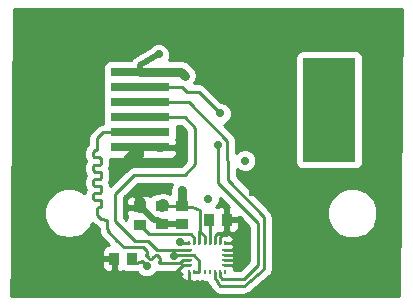
<source format=gtl>
G04 #@! TF.FileFunction,Copper,L1,Top,Signal*
%FSLAX46Y46*%
G04 Gerber Fmt 4.6, Leading zero omitted, Abs format (unit mm)*
G04 Created by KiCad (PCBNEW 4.0.6-e0-6349~53~ubuntu16.04.1) date Sat Jul 29 16:27:28 2017*
%MOMM*%
%LPD*%
G01*
G04 APERTURE LIST*
%ADD10C,0.150000*%
%ADD11R,5.000000X0.760000*%
%ADD12R,4.500000X8.800000*%
%ADD13C,0.600000*%
%ADD14R,0.250000X0.350000*%
%ADD15R,0.350000X0.250000*%
%ADD16R,0.899160X1.000760*%
%ADD17R,0.900000X1.000000*%
%ADD18R,1.000760X0.899160*%
%ADD19R,1.000000X0.900000*%
%ADD20C,0.700000*%
%ADD21C,0.700000*%
%ADD22C,0.500000*%
%ADD23C,0.250000*%
%ADD24C,1.000000*%
%ADD25C,0.800000*%
%ADD26C,0.254000*%
G04 APERTURE END LIST*
D10*
D11*
X146000000Y-99325000D03*
X146000000Y-101865000D03*
X146000000Y-104405000D03*
X146000000Y-103135000D03*
X146000000Y-105675000D03*
X146000000Y-100595000D03*
D12*
X162050000Y-102500000D03*
D13*
X165600000Y-107500000D03*
X165600000Y-106500000D03*
X165600000Y-105500000D03*
X165600000Y-104500000D03*
X155500000Y-108500000D03*
X156500000Y-108500000D03*
X155500000Y-109500000D03*
X156500000Y-109500000D03*
X142600000Y-114500000D03*
X142600000Y-115500000D03*
X142600000Y-113400000D03*
D14*
X153205000Y-113775000D03*
X150195000Y-113750000D03*
X153205000Y-116225000D03*
X150195000Y-116225000D03*
X151915000Y-116225000D03*
X152775000Y-116225000D03*
X152345000Y-116225000D03*
X152775000Y-113775000D03*
D15*
X153175000Y-115645000D03*
X153175000Y-115215000D03*
D14*
X151915000Y-113775000D03*
X152345000Y-113775000D03*
X150625000Y-113750000D03*
D15*
X150225000Y-115645000D03*
X150225000Y-114355000D03*
D14*
X151055000Y-113775000D03*
D15*
X150225000Y-114785000D03*
X150225000Y-115215000D03*
X153175000Y-114355000D03*
X153175000Y-114785000D03*
D14*
X151485000Y-113775000D03*
X151055000Y-116225000D03*
X151485000Y-116225000D03*
X150625000Y-116225000D03*
D16*
X153351840Y-111800000D03*
D17*
X151848160Y-111800000D03*
D18*
X149600000Y-112151840D03*
D19*
X149600000Y-110648160D03*
D18*
X146000000Y-110748160D03*
D19*
X146000000Y-112251840D03*
D16*
X143848160Y-115100000D03*
D17*
X145351840Y-115100000D03*
D18*
X147900000Y-112151840D03*
D19*
X147900000Y-110648160D03*
D13*
X136300000Y-94300000D03*
X137300000Y-94300000D03*
X138300000Y-94300000D03*
X139300000Y-94300000D03*
X140300000Y-94300000D03*
X136300000Y-95300000D03*
X137300000Y-95300000D03*
X138300000Y-95300000D03*
X139300000Y-95300000D03*
X136300000Y-96300000D03*
X137300000Y-96300000D03*
X138300000Y-96300000D03*
X136300000Y-97300000D03*
X137300000Y-97300000D03*
X138300000Y-97300000D03*
X136300000Y-102500000D03*
X136300000Y-101500000D03*
X136300000Y-100500000D03*
X136300000Y-99500000D03*
X136300000Y-98500000D03*
X136300000Y-103500000D03*
X136300000Y-104500000D03*
X136300000Y-105500000D03*
X136300000Y-106500000D03*
X136300000Y-107500000D03*
X136300000Y-108500000D03*
X136300000Y-109500000D03*
X136300000Y-110500000D03*
X136300000Y-111500000D03*
X136300000Y-112500000D03*
X136300000Y-113500000D03*
X136300000Y-114500000D03*
X136300000Y-115500000D03*
X137400000Y-105500000D03*
X137400000Y-106500000D03*
X137400000Y-107500000D03*
X137400000Y-108500000D03*
X137400000Y-109500000D03*
X137400000Y-110500000D03*
X137400000Y-111500000D03*
X137400000Y-112500000D03*
X137400000Y-113500000D03*
X137400000Y-114500000D03*
X137400000Y-115500000D03*
X140600000Y-106500000D03*
X139600000Y-105500000D03*
X138500000Y-113500000D03*
X138500000Y-107500000D03*
X138600000Y-105500000D03*
X140500000Y-104400000D03*
X139500000Y-107500000D03*
X140600000Y-107500000D03*
X140500000Y-105600000D03*
X139600000Y-104400000D03*
X157500000Y-112500000D03*
X158500000Y-112500000D03*
X159500000Y-112500000D03*
X160500000Y-112500000D03*
X161500000Y-112500000D03*
X157500000Y-113500000D03*
X158500000Y-113500000D03*
X159500000Y-113500000D03*
X160500000Y-113500000D03*
X161500000Y-113500000D03*
X157500000Y-114600000D03*
X158500000Y-114600000D03*
X159500000Y-114600000D03*
X160500000Y-114500000D03*
X161500000Y-114500000D03*
X157500000Y-115600000D03*
X158500000Y-115600000D03*
X159500000Y-115600000D03*
X160500000Y-115500000D03*
X161500000Y-115500000D03*
X139300000Y-102500000D03*
X138300000Y-102500000D03*
X137300000Y-102500000D03*
X139300000Y-101500000D03*
X138300000Y-101500000D03*
X137300000Y-101500000D03*
X139300000Y-100500000D03*
X138300000Y-100500000D03*
X137300000Y-100500000D03*
X139300000Y-99500000D03*
X138300000Y-99500000D03*
X137300000Y-99500000D03*
X139300000Y-98500000D03*
X138300000Y-98500000D03*
X137300000Y-98500000D03*
X139300000Y-97300000D03*
X139300000Y-96300000D03*
X140300000Y-96300000D03*
X140300000Y-97300000D03*
X140300000Y-98500000D03*
X140300000Y-99500000D03*
X140300000Y-100500000D03*
X140300000Y-101500000D03*
X140300000Y-102500000D03*
X140300000Y-95300000D03*
X143300000Y-95300000D03*
X143300000Y-97300000D03*
X143300000Y-96300000D03*
X142300000Y-96300000D03*
X142300000Y-97300000D03*
X141300000Y-97300000D03*
X141300000Y-96300000D03*
X142300000Y-95300000D03*
X141300000Y-95300000D03*
X143300000Y-94300000D03*
X142300000Y-94300000D03*
X141300000Y-94300000D03*
X137400000Y-104600000D03*
X137400000Y-103600000D03*
X138600000Y-106500000D03*
X138400000Y-103600000D03*
X139600000Y-108500000D03*
X139500000Y-106500000D03*
X138500000Y-109500000D03*
X138500000Y-108500000D03*
X140600000Y-108500000D03*
X138700000Y-104400000D03*
X139600000Y-103600000D03*
X140600000Y-113400000D03*
X139600000Y-113400000D03*
X141600000Y-113400000D03*
X141600000Y-115500000D03*
X140600000Y-115500000D03*
X139600000Y-115500000D03*
X141600000Y-114500000D03*
X140600000Y-114500000D03*
X139600000Y-114500000D03*
X138500000Y-115500000D03*
X138500000Y-114500000D03*
X138500000Y-116600000D03*
X138500000Y-117600000D03*
X139600000Y-116600000D03*
X140600000Y-116600000D03*
X141600000Y-116600000D03*
X139600000Y-117600000D03*
X140600000Y-117600000D03*
X141600000Y-117600000D03*
X146700000Y-117600000D03*
X137400000Y-117600000D03*
X137400000Y-116600000D03*
X136300000Y-117600000D03*
X136300000Y-116600000D03*
X147700000Y-116600000D03*
X147700000Y-117600000D03*
X148700000Y-117600000D03*
X161500000Y-117600000D03*
X160500000Y-117600000D03*
X159500000Y-117700000D03*
X158500000Y-117700000D03*
X157500000Y-117700000D03*
X161500000Y-116600000D03*
X160500000Y-116600000D03*
X159500000Y-116700000D03*
X158500000Y-116700000D03*
X157500000Y-116700000D03*
X162600000Y-116600000D03*
X163600000Y-116600000D03*
X164600000Y-116600000D03*
X162600000Y-117600000D03*
X163600000Y-117600000D03*
X164600000Y-117600000D03*
X164600000Y-115500000D03*
X163600000Y-115500000D03*
X162600000Y-115500000D03*
X164600000Y-114500000D03*
X163600000Y-114500000D03*
X162600000Y-114500000D03*
X164600000Y-113500000D03*
X163600000Y-113500000D03*
X162600000Y-113500000D03*
X163600000Y-108500000D03*
X164600000Y-108500000D03*
X162600000Y-109500000D03*
X161500000Y-111500000D03*
X160500000Y-111500000D03*
X159500000Y-111500000D03*
X158500000Y-111500000D03*
X157500000Y-111500000D03*
X161500000Y-110500000D03*
X160500000Y-110500000D03*
X159500000Y-110500000D03*
X158500000Y-110500000D03*
X157500000Y-110500000D03*
X161500000Y-109500000D03*
X160500000Y-109500000D03*
X159500000Y-109500000D03*
X158500000Y-109500000D03*
X157500000Y-109500000D03*
X162600000Y-108600000D03*
X161500000Y-108500000D03*
X160500000Y-108500000D03*
X159500000Y-108500000D03*
X158500000Y-108500000D03*
X157500000Y-108500000D03*
X165600000Y-108600000D03*
X167600000Y-111500000D03*
X166600000Y-111500000D03*
X167600000Y-110500000D03*
X166600000Y-110500000D03*
X167600000Y-109500000D03*
X166600000Y-109500000D03*
X165600000Y-109500000D03*
X167600000Y-108600000D03*
X166600000Y-108600000D03*
X166600000Y-112500000D03*
X167600000Y-112500000D03*
X165600000Y-113500000D03*
X166600000Y-113500000D03*
X167600000Y-113500000D03*
X165600000Y-114500000D03*
X166600000Y-114500000D03*
X167600000Y-114500000D03*
X165600000Y-115500000D03*
X166600000Y-115500000D03*
X167600000Y-115500000D03*
X167600000Y-117600000D03*
X166600000Y-117600000D03*
X165600000Y-117600000D03*
X167600000Y-116600000D03*
X166600000Y-116600000D03*
X165600000Y-116600000D03*
X165600000Y-98300000D03*
X165600000Y-102400000D03*
X166600000Y-102400000D03*
X167600000Y-102400000D03*
X165600000Y-103400000D03*
X166600000Y-103400000D03*
X167600000Y-103400000D03*
X167600000Y-101300000D03*
X166600000Y-101300000D03*
X165600000Y-101300000D03*
X167600000Y-100300000D03*
X166600000Y-100300000D03*
X165600000Y-100300000D03*
X167600000Y-99300000D03*
X166600000Y-99300000D03*
X165600000Y-99300000D03*
X167600000Y-98300000D03*
X166600000Y-98300000D03*
X166600000Y-94300000D03*
X167600000Y-94300000D03*
X165600000Y-95300000D03*
X166600000Y-95300000D03*
X167600000Y-95300000D03*
X165600000Y-96300000D03*
X166600000Y-96300000D03*
X167600000Y-96300000D03*
X165600000Y-97300000D03*
X166600000Y-97300000D03*
X167600000Y-97300000D03*
X165600000Y-94300000D03*
X157500000Y-94300000D03*
X158500000Y-94300000D03*
X159500000Y-94300000D03*
X160500000Y-94300000D03*
X161500000Y-94300000D03*
X162600000Y-94300000D03*
X157500000Y-95300000D03*
X158500000Y-95300000D03*
X159500000Y-95300000D03*
X160500000Y-95300000D03*
X161500000Y-95300000D03*
X157500000Y-96300000D03*
X158500000Y-96300000D03*
X159500000Y-96300000D03*
X160500000Y-96300000D03*
X161500000Y-96300000D03*
X157500000Y-97300000D03*
X158500000Y-97300000D03*
X159500000Y-97300000D03*
X160500000Y-97300000D03*
X161500000Y-97300000D03*
X164600000Y-97300000D03*
X163600000Y-97300000D03*
X162600000Y-97300000D03*
X164600000Y-96300000D03*
X163600000Y-96300000D03*
X162600000Y-96300000D03*
X164600000Y-95300000D03*
X163600000Y-95300000D03*
X162600000Y-95300000D03*
X164600000Y-94300000D03*
X163600000Y-94300000D03*
X147300000Y-94300000D03*
X148300000Y-94300000D03*
X149300000Y-94300000D03*
X147300000Y-95300000D03*
X148300000Y-95300000D03*
X147300000Y-96300000D03*
X148300000Y-96300000D03*
X149300000Y-96300000D03*
X149300000Y-95300000D03*
X146300000Y-95300000D03*
X146300000Y-96300000D03*
X145300000Y-96300000D03*
X144300000Y-96300000D03*
X145300000Y-95300000D03*
X144300000Y-95300000D03*
X146300000Y-94300000D03*
X145300000Y-94300000D03*
X144300000Y-94300000D03*
X166600000Y-104500000D03*
X167600000Y-104500000D03*
X167600000Y-106600000D03*
X166600000Y-106600000D03*
X167600000Y-105600000D03*
X166600000Y-105600000D03*
X166600000Y-107600000D03*
X167600000Y-107600000D03*
X142600000Y-116600000D03*
X143600000Y-116600000D03*
X144600000Y-116600000D03*
X145600000Y-116600000D03*
X142600000Y-117600000D03*
X143600000Y-117600000D03*
X144600000Y-117600000D03*
X145600000Y-117600000D03*
D20*
X151800000Y-110000000D03*
X154900000Y-106800000D03*
X144300000Y-107300000D03*
X145600000Y-109600000D03*
X141700000Y-102500000D03*
X154400000Y-115900000D03*
X154300000Y-114900000D03*
X154500000Y-111800000D03*
X154200000Y-113800000D03*
X155000000Y-112900000D03*
X147600000Y-97800000D03*
X148900000Y-114900000D03*
X149400000Y-113700000D03*
X146600000Y-115700000D03*
X149600000Y-109300000D03*
X149800000Y-99600000D03*
X152800000Y-102800000D03*
X152600000Y-105500000D03*
D21*
X146000000Y-105675000D02*
X146000000Y-106300000D01*
X146000000Y-106300000D02*
X145600000Y-106700000D01*
D22*
X146000000Y-105675000D02*
X145925000Y-105675000D01*
D21*
X145925000Y-105675000D02*
X144300000Y-107300000D01*
D22*
X146000000Y-110748160D02*
X146000000Y-110000000D01*
X146000000Y-110000000D02*
X145600000Y-109600000D01*
X146000000Y-110748160D02*
X146148160Y-110748160D01*
X146148160Y-110748160D02*
X147200000Y-111800000D01*
X147200000Y-111800000D02*
X147548160Y-111800000D01*
X147548160Y-111800000D02*
X147900000Y-112151840D01*
D23*
X147820765Y-105912621D02*
X147497064Y-105897728D01*
X147847185Y-105921865D02*
X147820765Y-105912621D01*
X147497064Y-105897728D02*
X147477272Y-105877936D01*
D24*
X146000000Y-110748160D02*
X146000000Y-110400000D01*
D23*
X150225000Y-115645000D02*
X149655000Y-115645000D01*
X149655000Y-115645000D02*
X149000000Y-116300000D01*
X150195000Y-116225000D02*
X150195000Y-117295000D01*
X150195000Y-117295000D02*
X150200000Y-117300000D01*
X153175000Y-115645000D02*
X154145000Y-115645000D01*
X154145000Y-115645000D02*
X154400000Y-115900000D01*
X154300000Y-114900000D02*
X154185000Y-114785000D01*
X154185000Y-114785000D02*
X153175000Y-114785000D01*
X153175000Y-115215000D02*
X154285000Y-115215000D01*
X154285000Y-115215000D02*
X154300000Y-115200000D01*
X153175000Y-114355000D02*
X154155000Y-114355000D01*
X154155000Y-114355000D02*
X154300000Y-114500000D01*
X153351840Y-111800000D02*
X154400000Y-111700000D01*
X154400000Y-111700000D02*
X154500000Y-111800000D01*
X153205000Y-113775000D02*
X154175000Y-113775000D01*
X154175000Y-113775000D02*
X154200000Y-113800000D01*
X152775000Y-113775000D02*
X152775000Y-113225000D01*
X152775000Y-113225000D02*
X153100000Y-112900000D01*
X152345000Y-113775000D02*
X152345000Y-113155000D01*
X152600000Y-112900000D02*
X153100000Y-112900000D01*
X153100000Y-112900000D02*
X155000000Y-112900000D01*
X152345000Y-113155000D02*
X152600000Y-112900000D01*
X150225000Y-114355000D02*
X147455000Y-114355000D01*
X149835000Y-103135000D02*
X146000000Y-103135000D01*
X150700000Y-104000000D02*
X149835000Y-103135000D01*
X150700000Y-107100000D02*
X150700000Y-104000000D01*
X149800000Y-108000000D02*
X150700000Y-107100000D01*
X145500000Y-108000000D02*
X149800000Y-108000000D01*
X143900000Y-109600000D02*
X145500000Y-108000000D01*
X143900000Y-111900000D02*
X143900000Y-109600000D01*
X145600000Y-113600000D02*
X143900000Y-111900000D01*
X146700000Y-113600000D02*
X145600000Y-113600000D01*
X147455000Y-114355000D02*
X146700000Y-113600000D01*
X143214014Y-112284480D02*
X143214014Y-111814015D01*
X143214014Y-111814015D02*
X142731183Y-111731184D01*
X144102513Y-113613337D02*
X144102513Y-113591282D01*
X144102513Y-113591282D02*
X143362867Y-112851636D01*
X145100000Y-114100000D02*
X144659019Y-114100000D01*
X144659019Y-114100000D02*
X144284910Y-113725891D01*
X147724433Y-115221873D02*
X147741435Y-115186567D01*
X142186059Y-107720612D02*
X142149071Y-107707669D01*
X142750000Y-107900000D02*
X142745612Y-107861058D01*
X142731183Y-111731184D02*
X142400000Y-111400000D01*
X142684110Y-107763179D02*
X142650929Y-107742330D01*
X142067331Y-107224070D02*
X142088180Y-107190889D01*
X142650929Y-110707669D02*
X142684110Y-110686820D01*
X142088180Y-107190889D02*
X142115890Y-107163179D01*
X142650929Y-110142330D02*
X142613941Y-110129387D01*
X142186059Y-109529387D02*
X142225000Y-109525000D01*
X142613941Y-108929387D02*
X142575000Y-108925000D01*
X142404387Y-110861058D02*
X142417330Y-110824070D01*
X142115890Y-107686820D02*
X142088180Y-107659110D01*
X142050000Y-109950000D02*
X142050000Y-109700000D01*
X142067331Y-108825929D02*
X142054388Y-108788941D01*
X142149071Y-107707669D02*
X142115890Y-107686820D01*
X142750000Y-108150000D02*
X142750000Y-107900000D01*
X142684110Y-107086820D02*
X142711820Y-107059110D01*
X142067331Y-108424070D02*
X142088180Y-108390889D01*
X142711820Y-106590889D02*
X142684110Y-106563179D01*
X142054388Y-106061058D02*
X142067331Y-106024070D01*
X142149071Y-110107669D02*
X142115890Y-110086820D01*
X142465889Y-110763179D02*
X142499070Y-110742330D01*
X142054388Y-108788941D02*
X142050000Y-108750000D01*
X142613941Y-106529387D02*
X142575000Y-106525000D01*
X142750000Y-106700000D02*
X142745612Y-106661058D01*
X142149071Y-106507669D02*
X142115890Y-106486820D01*
X142054388Y-107588941D02*
X142050000Y-107550000D01*
X142088180Y-107659110D02*
X142067331Y-107625929D01*
X142684110Y-108963179D02*
X142650929Y-108942330D01*
X142650929Y-107107669D02*
X142684110Y-107086820D01*
X142732669Y-110625929D02*
X142745612Y-110588941D01*
X142536058Y-110729387D02*
X142613941Y-110720612D01*
X142438179Y-110790889D02*
X142465889Y-110763179D01*
X142575000Y-110125000D02*
X142225000Y-110125000D01*
X142750000Y-110300000D02*
X142745612Y-110261058D01*
X142750000Y-109350000D02*
X142750000Y-109100000D01*
X142186059Y-110120612D02*
X142149071Y-110107669D01*
X142613941Y-108320612D02*
X142650929Y-108307669D01*
X142745612Y-110261058D02*
X142732669Y-110224070D01*
X142300930Y-105907669D02*
X142334111Y-105886820D01*
X142745612Y-106661058D02*
X142732669Y-106624070D01*
X142684110Y-108286820D02*
X142711820Y-108259110D01*
X142115890Y-108886820D02*
X142088180Y-108859110D01*
X142400000Y-111400000D02*
X142400000Y-110900000D01*
X142054388Y-108461058D02*
X142067331Y-108424070D01*
X142067331Y-109624070D02*
X142088180Y-109590889D01*
X142054388Y-106388941D02*
X142050000Y-106350000D01*
X142225000Y-109525000D02*
X142575000Y-109525000D01*
X142684110Y-110686820D02*
X142711820Y-110659110D01*
X142711820Y-109459110D02*
X142732669Y-109425929D01*
X142054388Y-107261058D02*
X142067331Y-107224070D01*
X142050000Y-107300000D02*
X142054388Y-107261058D01*
X142732669Y-109024070D02*
X142711820Y-108990889D01*
X142575000Y-108925000D02*
X142225000Y-108925000D01*
X142400000Y-110900000D02*
X142404387Y-110861058D01*
X142417330Y-110824070D02*
X142438179Y-110790889D01*
X142499070Y-110742330D02*
X142536058Y-110729387D01*
X142613941Y-110720612D02*
X142650929Y-110707669D01*
X142225000Y-106525000D02*
X142186059Y-106520612D01*
X142225000Y-107125000D02*
X142575000Y-107125000D01*
X142711820Y-110659110D02*
X142732669Y-110625929D01*
X142745612Y-110588941D02*
X142750000Y-110550000D01*
X142750000Y-110550000D02*
X142750000Y-110300000D01*
X142750000Y-109100000D02*
X142745612Y-109061058D01*
X142732669Y-110224070D02*
X142711820Y-110190889D01*
X142711820Y-110190889D02*
X142684110Y-110163179D01*
X142067331Y-106425929D02*
X142054388Y-106388941D01*
X142684110Y-110163179D02*
X142650929Y-110142330D01*
X142575000Y-108325000D02*
X142613941Y-108320612D01*
X142613941Y-110129387D02*
X142575000Y-110125000D01*
X142225000Y-110125000D02*
X142186059Y-110120612D01*
X142115890Y-110086820D02*
X142088180Y-110059110D01*
X142088180Y-110059110D02*
X142067331Y-110025929D01*
X142067331Y-110025929D02*
X142054388Y-109988941D01*
X142054388Y-109988941D02*
X142050000Y-109950000D01*
X142050000Y-108500000D02*
X142054388Y-108461058D01*
X142225000Y-108325000D02*
X142575000Y-108325000D01*
X142050000Y-109700000D02*
X142054388Y-109661058D01*
X142054388Y-109661058D02*
X142067331Y-109624070D01*
X142088180Y-109590889D02*
X142115890Y-109563179D01*
X142050000Y-107550000D02*
X142050000Y-107300000D01*
X142115890Y-109563179D02*
X142149071Y-109542330D01*
X142149071Y-109542330D02*
X142186059Y-109529387D01*
X142575000Y-109525000D02*
X142613941Y-109520612D01*
X142613941Y-109520612D02*
X142650929Y-109507669D01*
X142650929Y-109507669D02*
X142684110Y-109486820D01*
X142684110Y-109486820D02*
X142711820Y-109459110D01*
X142732669Y-109425929D02*
X142745612Y-109388941D01*
X142745612Y-109388941D02*
X142750000Y-109350000D01*
X142745612Y-109061058D02*
X142732669Y-109024070D01*
X142711820Y-108990889D02*
X142684110Y-108963179D01*
X142225000Y-108925000D02*
X142186059Y-108920612D01*
X142650929Y-108942330D02*
X142613941Y-108929387D01*
X142650929Y-106542330D02*
X142613941Y-106529387D01*
X142186059Y-108920612D02*
X142149071Y-108907669D01*
X142149071Y-108907669D02*
X142115890Y-108886820D01*
X142088180Y-108859110D02*
X142067331Y-108825929D01*
X142745612Y-108188941D02*
X142750000Y-108150000D01*
X142050000Y-108750000D02*
X142050000Y-108500000D01*
X142088180Y-108390889D02*
X142115890Y-108363179D01*
X142115890Y-108363179D02*
X142149071Y-108342330D01*
X142149071Y-108342330D02*
X142186059Y-108329387D01*
X142186059Y-108329387D02*
X142225000Y-108325000D01*
X142650929Y-108307669D02*
X142684110Y-108286820D01*
X142711820Y-108259110D02*
X142732669Y-108225929D01*
X142732669Y-108225929D02*
X142745612Y-108188941D01*
X142745612Y-107861058D02*
X142732669Y-107824070D01*
X142732669Y-107824070D02*
X142711820Y-107790889D01*
X142711820Y-107790889D02*
X142684110Y-107763179D01*
X142650929Y-107742330D02*
X142613941Y-107729387D01*
X142395613Y-105788941D02*
X142400000Y-105750000D01*
X142067331Y-107625929D02*
X142054388Y-107588941D01*
X142613941Y-107729387D02*
X142575000Y-107725000D01*
X142575000Y-107725000D02*
X142225000Y-107725000D01*
X142225000Y-107725000D02*
X142186059Y-107720612D01*
X142115890Y-107163179D02*
X142149071Y-107142330D01*
X142382670Y-105825929D02*
X142395613Y-105788941D01*
X142149071Y-107142330D02*
X142186059Y-107129387D01*
X142186059Y-107129387D02*
X142225000Y-107125000D01*
X142575000Y-107125000D02*
X142613941Y-107120612D01*
X142613941Y-107120612D02*
X142650929Y-107107669D01*
X142711820Y-107059110D02*
X142732669Y-107025929D01*
X142067331Y-106024070D02*
X142088180Y-105990889D01*
X142732669Y-107025929D02*
X142745612Y-106988941D01*
X142745612Y-106988941D02*
X142750000Y-106950000D01*
X142750000Y-106950000D02*
X142750000Y-106700000D01*
X142732669Y-106624070D02*
X142711820Y-106590889D01*
X142684110Y-106563179D02*
X142650929Y-106542330D01*
X142575000Y-106525000D02*
X142225000Y-106525000D01*
X142186059Y-106520612D02*
X142149071Y-106507669D01*
X142115890Y-106486820D02*
X142088180Y-106459110D01*
X142088180Y-106459110D02*
X142067331Y-106425929D01*
X142050000Y-106350000D02*
X142050000Y-106100000D01*
X142050000Y-106100000D02*
X142054388Y-106061058D01*
X142088180Y-105990889D02*
X142115890Y-105963179D01*
X142115890Y-105963179D02*
X142149071Y-105942330D01*
X142149071Y-105942330D02*
X142186059Y-105929387D01*
X142186059Y-105929387D02*
X142263942Y-105920612D01*
X142263942Y-105920612D02*
X142300930Y-105907669D01*
X142334111Y-105886820D02*
X142361821Y-105859110D01*
X142361821Y-105859110D02*
X142382670Y-105825929D01*
X142400000Y-105750000D02*
X142400000Y-104900000D01*
X142400000Y-104900000D02*
X142895000Y-104405000D01*
X142895000Y-104405000D02*
X146000000Y-104405000D01*
X150225000Y-115215000D02*
X149660734Y-115215000D01*
X147741435Y-115070969D02*
X147724433Y-115035662D01*
X146562546Y-114717414D02*
X146579550Y-114682109D01*
X149660734Y-115215000D02*
X149375734Y-115500000D01*
X149375734Y-115500000D02*
X147700000Y-115500000D01*
X147741435Y-115186567D02*
X147750155Y-115148362D01*
X147700000Y-115500000D02*
X147675566Y-115469361D01*
X146962302Y-115117170D02*
X146924098Y-115125891D01*
X147658564Y-115434055D02*
X147649844Y-115395850D01*
X147649844Y-115356662D02*
X147658564Y-115318457D01*
X147724433Y-115035662D02*
X147700000Y-115005024D01*
X147675566Y-115469361D02*
X147658564Y-115434055D01*
X147379885Y-114778091D02*
X147341680Y-114786811D01*
X147649844Y-115395850D02*
X147649844Y-115356662D01*
X146562546Y-114833012D02*
X146553827Y-114794808D01*
X146997609Y-115100167D02*
X146962302Y-115117170D01*
X147658564Y-115318457D02*
X147675566Y-115283150D01*
X146553827Y-114794808D02*
X146553827Y-114755620D01*
X146884910Y-115125891D02*
X146846704Y-115117170D01*
X147675566Y-115283150D02*
X147724433Y-115221873D01*
X147419073Y-114778091D02*
X147379885Y-114778091D01*
X146300000Y-114100000D02*
X145100000Y-114100000D01*
X147750155Y-115148362D02*
X147750155Y-115109174D01*
X147750155Y-115109174D02*
X147741435Y-115070969D01*
X143231017Y-112319787D02*
X143214014Y-112284480D01*
X147700000Y-115005024D02*
X147523223Y-114828247D01*
X147306374Y-114803814D02*
X147275735Y-114828247D01*
X147523223Y-114828247D02*
X147492585Y-114803814D01*
X147492585Y-114803814D02*
X147457278Y-114786811D01*
X147457278Y-114786811D02*
X147419073Y-114778091D01*
X147341680Y-114786811D02*
X147306374Y-114803814D01*
X144211399Y-113700168D02*
X144102513Y-113613337D01*
X147275735Y-114828247D02*
X147151991Y-114951991D01*
X147151991Y-114951991D02*
X147028248Y-115075735D01*
X147028248Y-115075735D02*
X146997609Y-115100167D01*
X146924098Y-115125891D02*
X146884910Y-115125891D01*
X146846704Y-115117170D02*
X146811399Y-115100168D01*
X146811399Y-115100168D02*
X146780760Y-115075735D01*
X146780760Y-115075735D02*
X146603983Y-114898958D01*
X146603983Y-114898958D02*
X146579549Y-114868319D01*
X146579549Y-114868319D02*
X146562546Y-114833012D01*
X146628416Y-114620831D02*
X146645418Y-114585525D01*
X146553827Y-114755620D02*
X146562546Y-114717414D01*
X146579550Y-114682109D02*
X146628416Y-114620831D01*
X146645418Y-114585525D02*
X146654137Y-114547319D01*
X146628415Y-114434619D02*
X146603983Y-114403982D01*
X146654137Y-114547319D02*
X146654137Y-114508131D01*
X146654137Y-114508131D02*
X146645418Y-114469927D01*
X146645418Y-114469927D02*
X146628415Y-114434619D01*
X146603983Y-114403982D02*
X146300000Y-114100000D01*
X144246704Y-113717170D02*
X144211399Y-113700168D01*
X143362867Y-112851636D02*
X143332228Y-112827203D01*
X144284910Y-113725891D02*
X144246704Y-113717170D01*
X143255451Y-112350426D02*
X143231017Y-112319787D01*
X143332228Y-112827203D02*
X143255451Y-112350426D01*
D22*
X146000000Y-98700000D02*
X146000000Y-99325000D01*
X147600000Y-97800000D02*
X146000000Y-98700000D01*
D23*
X150225000Y-114785000D02*
X149015000Y-114785000D01*
X149015000Y-114785000D02*
X148900000Y-114900000D01*
X150195000Y-113750000D02*
X149450000Y-113750000D01*
X149450000Y-113750000D02*
X149400000Y-113700000D01*
X146200000Y-115300000D02*
X145751840Y-115500000D01*
X146600000Y-115700000D02*
X146200000Y-115300000D01*
X145751840Y-115500000D02*
X145351840Y-115100000D01*
D25*
X149600000Y-110648160D02*
X149600000Y-109300000D01*
X149800000Y-99600000D02*
X149500000Y-99300000D01*
X149500000Y-99300000D02*
X146025000Y-99300000D01*
X146025000Y-99300000D02*
X146000000Y-99325000D01*
D23*
X151055000Y-116225000D02*
X151055000Y-115255000D01*
X150585000Y-114785000D02*
X150225000Y-114785000D01*
X151055000Y-115255000D02*
X150585000Y-114785000D01*
X151055000Y-116225000D02*
X150625000Y-116225000D01*
D24*
X148000000Y-110548160D02*
X147900000Y-110648160D01*
D23*
X151055000Y-113775000D02*
X151055000Y-112785265D01*
X151055000Y-112785265D02*
X151083302Y-112756963D01*
X149600000Y-110648160D02*
X147900000Y-110648160D01*
X151485000Y-113775000D02*
X151485000Y-113285000D01*
X150448160Y-110748160D02*
X149600000Y-110648160D01*
X151100000Y-111000000D02*
X150448160Y-110748160D01*
X151100000Y-112500000D02*
X151100000Y-111000000D01*
X151485000Y-113285000D02*
X151083302Y-112756963D01*
X151083302Y-112756963D02*
X151100000Y-112500000D01*
X152775000Y-116225000D02*
X152775000Y-116575000D01*
X149595000Y-100595000D02*
X146000000Y-100595000D01*
X150000000Y-101000000D02*
X149595000Y-100595000D01*
X151000000Y-101000000D02*
X150000000Y-101000000D01*
X152800000Y-102800000D02*
X151000000Y-101000000D01*
X152600000Y-108700000D02*
X152600000Y-105500000D01*
X156000000Y-112100000D02*
X152600000Y-108700000D01*
X156000000Y-115600000D02*
X156000000Y-112100000D01*
X154800000Y-116800000D02*
X156000000Y-115600000D01*
X153000000Y-116800000D02*
X154800000Y-116800000D01*
X152775000Y-116575000D02*
X153000000Y-116800000D01*
X146000000Y-101865000D02*
X150165000Y-101865000D01*
X152345000Y-116745000D02*
X152345000Y-116225000D01*
X152800000Y-117400000D02*
X152345000Y-116745000D01*
X154800000Y-117400000D02*
X152800000Y-117400000D01*
X156500000Y-116000000D02*
X154800000Y-117400000D01*
X156500000Y-111600000D02*
X156500000Y-116000000D01*
X153500000Y-108400000D02*
X156500000Y-111600000D01*
X153400000Y-105100000D02*
X153500000Y-108400000D01*
X150165000Y-101865000D02*
X153400000Y-105100000D01*
X150625000Y-113750000D02*
X150625000Y-113325000D01*
X146748160Y-113000000D02*
X146000000Y-112251840D01*
X150300000Y-113000000D02*
X146748160Y-113000000D01*
X150625000Y-113325000D02*
X150300000Y-113000000D01*
X145751840Y-112251840D02*
X146000000Y-112251840D01*
X151915000Y-113775000D02*
X151915000Y-111866840D01*
X151915000Y-111866840D02*
X151848160Y-111800000D01*
D26*
G36*
X167974028Y-118273000D02*
X135128037Y-118273000D01*
X135151510Y-115385750D01*
X142763580Y-115385750D01*
X142763580Y-115726690D01*
X142860253Y-115960079D01*
X143038882Y-116138707D01*
X143272271Y-116235380D01*
X143562410Y-116235380D01*
X143721160Y-116076630D01*
X143721160Y-115227000D01*
X142922330Y-115227000D01*
X142763580Y-115385750D01*
X135151510Y-115385750D01*
X135181709Y-111671230D01*
X137872632Y-111671230D01*
X138195766Y-112453274D01*
X138793578Y-113052131D01*
X139575057Y-113376630D01*
X140421230Y-113377368D01*
X141203274Y-113054234D01*
X141802131Y-112456422D01*
X141975475Y-112038964D01*
X142199438Y-112262927D01*
X142269202Y-112309542D01*
X142330077Y-112367279D01*
X142390020Y-112390270D01*
X142443404Y-112425941D01*
X142491267Y-112435461D01*
X142494673Y-112448668D01*
X142506906Y-112510167D01*
X142508408Y-112527970D01*
X142511724Y-112534390D01*
X142519257Y-112572258D01*
X142531142Y-112590046D01*
X142534357Y-112602506D01*
X142589793Y-112946760D01*
X142634827Y-113067866D01*
X142674066Y-113190970D01*
X142685749Y-113204805D01*
X142692060Y-113221777D01*
X142780005Y-113316423D01*
X142810564Y-113352612D01*
X142831123Y-113383380D01*
X143412362Y-113964620D01*
X143272271Y-113964620D01*
X143038882Y-114061293D01*
X142860253Y-114239921D01*
X142763580Y-114473310D01*
X142763580Y-114814250D01*
X142922330Y-114973000D01*
X143721160Y-114973000D01*
X143721160Y-114953000D01*
X143975160Y-114953000D01*
X143975160Y-114973000D01*
X143995160Y-114973000D01*
X143995160Y-115227000D01*
X143975160Y-115227000D01*
X143975160Y-116076630D01*
X144133910Y-116235380D01*
X144424049Y-116235380D01*
X144609002Y-116158770D01*
X144653123Y-116188917D01*
X144901840Y-116239283D01*
X145687912Y-116239283D01*
X145751840Y-116251999D01*
X145761980Y-116249982D01*
X145770751Y-116251481D01*
X145771256Y-116252703D01*
X146045851Y-116527778D01*
X146404810Y-116676830D01*
X146793485Y-116677170D01*
X147152703Y-116528744D01*
X147427778Y-116254149D01*
X147449371Y-116202146D01*
X147515489Y-116215298D01*
X147615806Y-116247272D01*
X147658237Y-116243693D01*
X147700000Y-116252000D01*
X149375734Y-116252000D01*
X149435000Y-116240211D01*
X149435000Y-116352002D01*
X149554248Y-116352002D01*
X149435000Y-116471250D01*
X149435000Y-116526309D01*
X149531673Y-116759698D01*
X149710301Y-116938327D01*
X149943690Y-117035000D01*
X149973750Y-117035000D01*
X150113783Y-116894967D01*
X150251283Y-116988917D01*
X150400354Y-117019104D01*
X150416250Y-117035000D01*
X150446310Y-117035000D01*
X150456995Y-117030574D01*
X150500000Y-117039283D01*
X150750000Y-117039283D01*
X150843304Y-117021727D01*
X150930000Y-117039283D01*
X151180000Y-117039283D01*
X151273304Y-117021727D01*
X151360000Y-117039283D01*
X151610000Y-117039283D01*
X151650038Y-117031749D01*
X151650243Y-117032778D01*
X151695128Y-117099953D01*
X151727391Y-117174026D01*
X152182391Y-117829026D01*
X152230852Y-117875765D01*
X152268256Y-117931744D01*
X152335433Y-117976630D01*
X152393585Y-118032716D01*
X152456240Y-118057351D01*
X152512222Y-118094757D01*
X152591465Y-118110519D01*
X152666652Y-118140082D01*
X152733965Y-118138865D01*
X152800000Y-118152000D01*
X154800000Y-118152000D01*
X154908972Y-118130324D01*
X155019518Y-118119246D01*
X155051820Y-118101909D01*
X155087778Y-118094757D01*
X155180153Y-118033034D01*
X155278052Y-117980492D01*
X156978052Y-116580491D01*
X157001262Y-116552112D01*
X157031744Y-116531744D01*
X157093469Y-116439366D01*
X157163807Y-116353361D01*
X157174390Y-116318260D01*
X157194757Y-116287778D01*
X157216432Y-116178809D01*
X157248503Y-116072435D01*
X157244848Y-116035957D01*
X157252000Y-116000000D01*
X157252000Y-111671230D01*
X161872632Y-111671230D01*
X162195766Y-112453274D01*
X162793578Y-113052131D01*
X163575057Y-113376630D01*
X164421230Y-113377368D01*
X165203274Y-113054234D01*
X165802131Y-112456422D01*
X166126630Y-111674943D01*
X166127368Y-110828770D01*
X165804234Y-110046726D01*
X165206422Y-109447869D01*
X164424943Y-109123370D01*
X163578770Y-109122632D01*
X162796726Y-109445766D01*
X162197869Y-110043578D01*
X161873370Y-110825057D01*
X161872632Y-111671230D01*
X157252000Y-111671230D01*
X157252000Y-111600000D01*
X157225695Y-111467757D01*
X157203674Y-111334772D01*
X157197161Y-111324310D01*
X157194757Y-111312222D01*
X157119860Y-111200131D01*
X157048612Y-111085676D01*
X154243044Y-108093070D01*
X154225285Y-107507001D01*
X154345851Y-107627778D01*
X154704810Y-107776830D01*
X155093485Y-107777170D01*
X155452703Y-107628744D01*
X155727778Y-107354149D01*
X155876830Y-106995190D01*
X155877170Y-106606515D01*
X155728744Y-106247297D01*
X155454149Y-105972222D01*
X155095190Y-105823170D01*
X154706515Y-105822830D01*
X154347297Y-105971256D01*
X154183696Y-106134572D01*
X154151655Y-105077223D01*
X154121198Y-104945147D01*
X154094757Y-104812222D01*
X154088324Y-104802595D01*
X154085722Y-104791310D01*
X154007038Y-104680942D01*
X153931744Y-104568256D01*
X153097627Y-103734139D01*
X153352703Y-103628744D01*
X153627778Y-103354149D01*
X153776830Y-102995190D01*
X153777170Y-102606515D01*
X153628744Y-102247297D01*
X153354149Y-101972222D01*
X152995190Y-101823170D01*
X152886564Y-101823075D01*
X151531744Y-100468256D01*
X151287778Y-100305243D01*
X151000000Y-100248000D01*
X150578450Y-100248000D01*
X150748824Y-99993016D01*
X150827000Y-99600000D01*
X150748824Y-99206984D01*
X150526199Y-98873801D01*
X150226199Y-98573801D01*
X149893016Y-98351176D01*
X149500000Y-98273000D01*
X148461474Y-98273000D01*
X148533309Y-98100000D01*
X159160717Y-98100000D01*
X159160717Y-106900000D01*
X159204437Y-107132352D01*
X159341757Y-107345753D01*
X159551283Y-107488917D01*
X159800000Y-107539283D01*
X164300000Y-107539283D01*
X164532352Y-107495563D01*
X164745753Y-107358243D01*
X164888917Y-107148717D01*
X164939283Y-106900000D01*
X164939283Y-98100000D01*
X164895563Y-97867648D01*
X164758243Y-97654247D01*
X164548717Y-97511083D01*
X164300000Y-97460717D01*
X159800000Y-97460717D01*
X159567648Y-97504437D01*
X159354247Y-97641757D01*
X159211083Y-97851283D01*
X159160717Y-98100000D01*
X148533309Y-98100000D01*
X148576830Y-97995190D01*
X148577170Y-97606515D01*
X148428744Y-97247297D01*
X148154149Y-96972222D01*
X147795190Y-96823170D01*
X147406515Y-96822830D01*
X147047297Y-96971256D01*
X146772222Y-97245851D01*
X146764881Y-97263531D01*
X145570041Y-97935628D01*
X145479277Y-98013444D01*
X145379867Y-98079867D01*
X145350450Y-98123892D01*
X145310258Y-98158351D01*
X145256181Y-98264978D01*
X145228960Y-98305717D01*
X143500000Y-98305717D01*
X143267648Y-98349437D01*
X143054247Y-98486757D01*
X142911083Y-98696283D01*
X142860717Y-98945000D01*
X142860717Y-99705000D01*
X142904437Y-99937352D01*
X142917248Y-99957261D01*
X142911083Y-99966283D01*
X142860717Y-100215000D01*
X142860717Y-100975000D01*
X142904437Y-101207352D01*
X142917248Y-101227261D01*
X142911083Y-101236283D01*
X142860717Y-101485000D01*
X142860717Y-102245000D01*
X142904437Y-102477352D01*
X142917248Y-102497261D01*
X142911083Y-102506283D01*
X142860717Y-102755000D01*
X142860717Y-103515000D01*
X142886984Y-103654595D01*
X142607222Y-103710243D01*
X142551685Y-103747352D01*
X142363256Y-103873255D01*
X141868256Y-104368256D01*
X141705243Y-104612222D01*
X141648000Y-104900000D01*
X141648000Y-105381597D01*
X141647974Y-105381612D01*
X141643133Y-105388045D01*
X141632925Y-105398842D01*
X141584146Y-105431435D01*
X141556436Y-105459145D01*
X141523843Y-105507924D01*
X141513046Y-105518132D01*
X141506613Y-105522973D01*
X141504958Y-105525778D01*
X141502588Y-105528019D01*
X141499294Y-105535380D01*
X141491753Y-105548164D01*
X141451443Y-105590801D01*
X141430594Y-105623982D01*
X141409672Y-105678793D01*
X141401420Y-105691142D01*
X141396223Y-105697297D01*
X141395234Y-105700401D01*
X141393423Y-105703111D01*
X141391851Y-105711013D01*
X141387341Y-105725164D01*
X141357533Y-105775694D01*
X141344590Y-105812682D01*
X141336388Y-105870777D01*
X141325956Y-105898106D01*
X141326463Y-105916161D01*
X141307117Y-105976856D01*
X141302729Y-106015797D01*
X141306308Y-106058232D01*
X141298000Y-106100000D01*
X141298000Y-106350000D01*
X141306308Y-106391768D01*
X141302729Y-106434205D01*
X141307117Y-106473145D01*
X141326463Y-106533839D01*
X141325956Y-106551893D01*
X141336388Y-106579222D01*
X141344590Y-106637317D01*
X141357533Y-106674305D01*
X141387341Y-106724836D01*
X141391851Y-106738983D01*
X141393423Y-106746888D01*
X141395234Y-106749599D01*
X141396224Y-106752704D01*
X141401423Y-106758860D01*
X141409672Y-106771206D01*
X141430206Y-106825000D01*
X141409672Y-106878793D01*
X141401420Y-106891142D01*
X141396223Y-106897297D01*
X141395234Y-106900401D01*
X141393423Y-106903111D01*
X141391851Y-106911013D01*
X141387341Y-106925164D01*
X141357533Y-106975694D01*
X141344590Y-107012682D01*
X141336388Y-107070777D01*
X141325956Y-107098106D01*
X141326463Y-107116161D01*
X141307117Y-107176856D01*
X141302729Y-107215797D01*
X141306308Y-107258232D01*
X141298000Y-107300000D01*
X141298000Y-107550000D01*
X141306308Y-107591768D01*
X141302729Y-107634205D01*
X141307117Y-107673145D01*
X141326463Y-107733839D01*
X141325956Y-107751893D01*
X141336388Y-107779222D01*
X141344590Y-107837317D01*
X141357533Y-107874305D01*
X141387341Y-107924836D01*
X141391851Y-107938983D01*
X141393423Y-107946888D01*
X141395234Y-107949599D01*
X141396224Y-107952704D01*
X141401423Y-107958860D01*
X141409672Y-107971206D01*
X141430206Y-108025000D01*
X141409672Y-108078793D01*
X141401420Y-108091142D01*
X141396223Y-108097297D01*
X141395234Y-108100401D01*
X141393423Y-108103111D01*
X141391851Y-108111013D01*
X141387341Y-108125164D01*
X141357533Y-108175694D01*
X141344590Y-108212682D01*
X141336388Y-108270777D01*
X141325956Y-108298106D01*
X141326463Y-108316161D01*
X141307117Y-108376856D01*
X141302729Y-108415797D01*
X141306308Y-108458232D01*
X141298000Y-108500000D01*
X141298000Y-108750000D01*
X141306308Y-108791768D01*
X141302729Y-108834205D01*
X141307117Y-108873145D01*
X141326463Y-108933839D01*
X141325956Y-108951893D01*
X141336388Y-108979222D01*
X141344590Y-109037317D01*
X141357533Y-109074305D01*
X141387341Y-109124836D01*
X141391851Y-109138983D01*
X141393423Y-109146888D01*
X141395234Y-109149599D01*
X141396224Y-109152704D01*
X141401423Y-109158860D01*
X141409672Y-109171206D01*
X141430206Y-109225000D01*
X141409672Y-109278793D01*
X141401420Y-109291142D01*
X141396223Y-109297297D01*
X141395234Y-109300401D01*
X141393423Y-109303111D01*
X141391851Y-109311013D01*
X141387341Y-109325164D01*
X141357533Y-109375694D01*
X141344590Y-109412682D01*
X141336388Y-109470777D01*
X141325956Y-109498106D01*
X141326463Y-109516161D01*
X141313910Y-109555545D01*
X141206422Y-109447869D01*
X140424943Y-109123370D01*
X139578770Y-109122632D01*
X138796726Y-109445766D01*
X138197869Y-110043578D01*
X137873370Y-110825057D01*
X137872632Y-111671230D01*
X135181709Y-111671230D01*
X135325972Y-93927000D01*
X168171963Y-93927000D01*
X167974028Y-118273000D01*
X167974028Y-118273000D01*
G37*
X167974028Y-118273000D02*
X135128037Y-118273000D01*
X135151510Y-115385750D01*
X142763580Y-115385750D01*
X142763580Y-115726690D01*
X142860253Y-115960079D01*
X143038882Y-116138707D01*
X143272271Y-116235380D01*
X143562410Y-116235380D01*
X143721160Y-116076630D01*
X143721160Y-115227000D01*
X142922330Y-115227000D01*
X142763580Y-115385750D01*
X135151510Y-115385750D01*
X135181709Y-111671230D01*
X137872632Y-111671230D01*
X138195766Y-112453274D01*
X138793578Y-113052131D01*
X139575057Y-113376630D01*
X140421230Y-113377368D01*
X141203274Y-113054234D01*
X141802131Y-112456422D01*
X141975475Y-112038964D01*
X142199438Y-112262927D01*
X142269202Y-112309542D01*
X142330077Y-112367279D01*
X142390020Y-112390270D01*
X142443404Y-112425941D01*
X142491267Y-112435461D01*
X142494673Y-112448668D01*
X142506906Y-112510167D01*
X142508408Y-112527970D01*
X142511724Y-112534390D01*
X142519257Y-112572258D01*
X142531142Y-112590046D01*
X142534357Y-112602506D01*
X142589793Y-112946760D01*
X142634827Y-113067866D01*
X142674066Y-113190970D01*
X142685749Y-113204805D01*
X142692060Y-113221777D01*
X142780005Y-113316423D01*
X142810564Y-113352612D01*
X142831123Y-113383380D01*
X143412362Y-113964620D01*
X143272271Y-113964620D01*
X143038882Y-114061293D01*
X142860253Y-114239921D01*
X142763580Y-114473310D01*
X142763580Y-114814250D01*
X142922330Y-114973000D01*
X143721160Y-114973000D01*
X143721160Y-114953000D01*
X143975160Y-114953000D01*
X143975160Y-114973000D01*
X143995160Y-114973000D01*
X143995160Y-115227000D01*
X143975160Y-115227000D01*
X143975160Y-116076630D01*
X144133910Y-116235380D01*
X144424049Y-116235380D01*
X144609002Y-116158770D01*
X144653123Y-116188917D01*
X144901840Y-116239283D01*
X145687912Y-116239283D01*
X145751840Y-116251999D01*
X145761980Y-116249982D01*
X145770751Y-116251481D01*
X145771256Y-116252703D01*
X146045851Y-116527778D01*
X146404810Y-116676830D01*
X146793485Y-116677170D01*
X147152703Y-116528744D01*
X147427778Y-116254149D01*
X147449371Y-116202146D01*
X147515489Y-116215298D01*
X147615806Y-116247272D01*
X147658237Y-116243693D01*
X147700000Y-116252000D01*
X149375734Y-116252000D01*
X149435000Y-116240211D01*
X149435000Y-116352002D01*
X149554248Y-116352002D01*
X149435000Y-116471250D01*
X149435000Y-116526309D01*
X149531673Y-116759698D01*
X149710301Y-116938327D01*
X149943690Y-117035000D01*
X149973750Y-117035000D01*
X150113783Y-116894967D01*
X150251283Y-116988917D01*
X150400354Y-117019104D01*
X150416250Y-117035000D01*
X150446310Y-117035000D01*
X150456995Y-117030574D01*
X150500000Y-117039283D01*
X150750000Y-117039283D01*
X150843304Y-117021727D01*
X150930000Y-117039283D01*
X151180000Y-117039283D01*
X151273304Y-117021727D01*
X151360000Y-117039283D01*
X151610000Y-117039283D01*
X151650038Y-117031749D01*
X151650243Y-117032778D01*
X151695128Y-117099953D01*
X151727391Y-117174026D01*
X152182391Y-117829026D01*
X152230852Y-117875765D01*
X152268256Y-117931744D01*
X152335433Y-117976630D01*
X152393585Y-118032716D01*
X152456240Y-118057351D01*
X152512222Y-118094757D01*
X152591465Y-118110519D01*
X152666652Y-118140082D01*
X152733965Y-118138865D01*
X152800000Y-118152000D01*
X154800000Y-118152000D01*
X154908972Y-118130324D01*
X155019518Y-118119246D01*
X155051820Y-118101909D01*
X155087778Y-118094757D01*
X155180153Y-118033034D01*
X155278052Y-117980492D01*
X156978052Y-116580491D01*
X157001262Y-116552112D01*
X157031744Y-116531744D01*
X157093469Y-116439366D01*
X157163807Y-116353361D01*
X157174390Y-116318260D01*
X157194757Y-116287778D01*
X157216432Y-116178809D01*
X157248503Y-116072435D01*
X157244848Y-116035957D01*
X157252000Y-116000000D01*
X157252000Y-111671230D01*
X161872632Y-111671230D01*
X162195766Y-112453274D01*
X162793578Y-113052131D01*
X163575057Y-113376630D01*
X164421230Y-113377368D01*
X165203274Y-113054234D01*
X165802131Y-112456422D01*
X166126630Y-111674943D01*
X166127368Y-110828770D01*
X165804234Y-110046726D01*
X165206422Y-109447869D01*
X164424943Y-109123370D01*
X163578770Y-109122632D01*
X162796726Y-109445766D01*
X162197869Y-110043578D01*
X161873370Y-110825057D01*
X161872632Y-111671230D01*
X157252000Y-111671230D01*
X157252000Y-111600000D01*
X157225695Y-111467757D01*
X157203674Y-111334772D01*
X157197161Y-111324310D01*
X157194757Y-111312222D01*
X157119860Y-111200131D01*
X157048612Y-111085676D01*
X154243044Y-108093070D01*
X154225285Y-107507001D01*
X154345851Y-107627778D01*
X154704810Y-107776830D01*
X155093485Y-107777170D01*
X155452703Y-107628744D01*
X155727778Y-107354149D01*
X155876830Y-106995190D01*
X155877170Y-106606515D01*
X155728744Y-106247297D01*
X155454149Y-105972222D01*
X155095190Y-105823170D01*
X154706515Y-105822830D01*
X154347297Y-105971256D01*
X154183696Y-106134572D01*
X154151655Y-105077223D01*
X154121198Y-104945147D01*
X154094757Y-104812222D01*
X154088324Y-104802595D01*
X154085722Y-104791310D01*
X154007038Y-104680942D01*
X153931744Y-104568256D01*
X153097627Y-103734139D01*
X153352703Y-103628744D01*
X153627778Y-103354149D01*
X153776830Y-102995190D01*
X153777170Y-102606515D01*
X153628744Y-102247297D01*
X153354149Y-101972222D01*
X152995190Y-101823170D01*
X152886564Y-101823075D01*
X151531744Y-100468256D01*
X151287778Y-100305243D01*
X151000000Y-100248000D01*
X150578450Y-100248000D01*
X150748824Y-99993016D01*
X150827000Y-99600000D01*
X150748824Y-99206984D01*
X150526199Y-98873801D01*
X150226199Y-98573801D01*
X149893016Y-98351176D01*
X149500000Y-98273000D01*
X148461474Y-98273000D01*
X148533309Y-98100000D01*
X159160717Y-98100000D01*
X159160717Y-106900000D01*
X159204437Y-107132352D01*
X159341757Y-107345753D01*
X159551283Y-107488917D01*
X159800000Y-107539283D01*
X164300000Y-107539283D01*
X164532352Y-107495563D01*
X164745753Y-107358243D01*
X164888917Y-107148717D01*
X164939283Y-106900000D01*
X164939283Y-98100000D01*
X164895563Y-97867648D01*
X164758243Y-97654247D01*
X164548717Y-97511083D01*
X164300000Y-97460717D01*
X159800000Y-97460717D01*
X159567648Y-97504437D01*
X159354247Y-97641757D01*
X159211083Y-97851283D01*
X159160717Y-98100000D01*
X148533309Y-98100000D01*
X148576830Y-97995190D01*
X148577170Y-97606515D01*
X148428744Y-97247297D01*
X148154149Y-96972222D01*
X147795190Y-96823170D01*
X147406515Y-96822830D01*
X147047297Y-96971256D01*
X146772222Y-97245851D01*
X146764881Y-97263531D01*
X145570041Y-97935628D01*
X145479277Y-98013444D01*
X145379867Y-98079867D01*
X145350450Y-98123892D01*
X145310258Y-98158351D01*
X145256181Y-98264978D01*
X145228960Y-98305717D01*
X143500000Y-98305717D01*
X143267648Y-98349437D01*
X143054247Y-98486757D01*
X142911083Y-98696283D01*
X142860717Y-98945000D01*
X142860717Y-99705000D01*
X142904437Y-99937352D01*
X142917248Y-99957261D01*
X142911083Y-99966283D01*
X142860717Y-100215000D01*
X142860717Y-100975000D01*
X142904437Y-101207352D01*
X142917248Y-101227261D01*
X142911083Y-101236283D01*
X142860717Y-101485000D01*
X142860717Y-102245000D01*
X142904437Y-102477352D01*
X142917248Y-102497261D01*
X142911083Y-102506283D01*
X142860717Y-102755000D01*
X142860717Y-103515000D01*
X142886984Y-103654595D01*
X142607222Y-103710243D01*
X142551685Y-103747352D01*
X142363256Y-103873255D01*
X141868256Y-104368256D01*
X141705243Y-104612222D01*
X141648000Y-104900000D01*
X141648000Y-105381597D01*
X141647974Y-105381612D01*
X141643133Y-105388045D01*
X141632925Y-105398842D01*
X141584146Y-105431435D01*
X141556436Y-105459145D01*
X141523843Y-105507924D01*
X141513046Y-105518132D01*
X141506613Y-105522973D01*
X141504958Y-105525778D01*
X141502588Y-105528019D01*
X141499294Y-105535380D01*
X141491753Y-105548164D01*
X141451443Y-105590801D01*
X141430594Y-105623982D01*
X141409672Y-105678793D01*
X141401420Y-105691142D01*
X141396223Y-105697297D01*
X141395234Y-105700401D01*
X141393423Y-105703111D01*
X141391851Y-105711013D01*
X141387341Y-105725164D01*
X141357533Y-105775694D01*
X141344590Y-105812682D01*
X141336388Y-105870777D01*
X141325956Y-105898106D01*
X141326463Y-105916161D01*
X141307117Y-105976856D01*
X141302729Y-106015797D01*
X141306308Y-106058232D01*
X141298000Y-106100000D01*
X141298000Y-106350000D01*
X141306308Y-106391768D01*
X141302729Y-106434205D01*
X141307117Y-106473145D01*
X141326463Y-106533839D01*
X141325956Y-106551893D01*
X141336388Y-106579222D01*
X141344590Y-106637317D01*
X141357533Y-106674305D01*
X141387341Y-106724836D01*
X141391851Y-106738983D01*
X141393423Y-106746888D01*
X141395234Y-106749599D01*
X141396224Y-106752704D01*
X141401423Y-106758860D01*
X141409672Y-106771206D01*
X141430206Y-106825000D01*
X141409672Y-106878793D01*
X141401420Y-106891142D01*
X141396223Y-106897297D01*
X141395234Y-106900401D01*
X141393423Y-106903111D01*
X141391851Y-106911013D01*
X141387341Y-106925164D01*
X141357533Y-106975694D01*
X141344590Y-107012682D01*
X141336388Y-107070777D01*
X141325956Y-107098106D01*
X141326463Y-107116161D01*
X141307117Y-107176856D01*
X141302729Y-107215797D01*
X141306308Y-107258232D01*
X141298000Y-107300000D01*
X141298000Y-107550000D01*
X141306308Y-107591768D01*
X141302729Y-107634205D01*
X141307117Y-107673145D01*
X141326463Y-107733839D01*
X141325956Y-107751893D01*
X141336388Y-107779222D01*
X141344590Y-107837317D01*
X141357533Y-107874305D01*
X141387341Y-107924836D01*
X141391851Y-107938983D01*
X141393423Y-107946888D01*
X141395234Y-107949599D01*
X141396224Y-107952704D01*
X141401423Y-107958860D01*
X141409672Y-107971206D01*
X141430206Y-108025000D01*
X141409672Y-108078793D01*
X141401420Y-108091142D01*
X141396223Y-108097297D01*
X141395234Y-108100401D01*
X141393423Y-108103111D01*
X141391851Y-108111013D01*
X141387341Y-108125164D01*
X141357533Y-108175694D01*
X141344590Y-108212682D01*
X141336388Y-108270777D01*
X141325956Y-108298106D01*
X141326463Y-108316161D01*
X141307117Y-108376856D01*
X141302729Y-108415797D01*
X141306308Y-108458232D01*
X141298000Y-108500000D01*
X141298000Y-108750000D01*
X141306308Y-108791768D01*
X141302729Y-108834205D01*
X141307117Y-108873145D01*
X141326463Y-108933839D01*
X141325956Y-108951893D01*
X141336388Y-108979222D01*
X141344590Y-109037317D01*
X141357533Y-109074305D01*
X141387341Y-109124836D01*
X141391851Y-109138983D01*
X141393423Y-109146888D01*
X141395234Y-109149599D01*
X141396224Y-109152704D01*
X141401423Y-109158860D01*
X141409672Y-109171206D01*
X141430206Y-109225000D01*
X141409672Y-109278793D01*
X141401420Y-109291142D01*
X141396223Y-109297297D01*
X141395234Y-109300401D01*
X141393423Y-109303111D01*
X141391851Y-109311013D01*
X141387341Y-109325164D01*
X141357533Y-109375694D01*
X141344590Y-109412682D01*
X141336388Y-109470777D01*
X141325956Y-109498106D01*
X141326463Y-109516161D01*
X141313910Y-109555545D01*
X141206422Y-109447869D01*
X140424943Y-109123370D01*
X139578770Y-109122632D01*
X138796726Y-109445766D01*
X138197869Y-110043578D01*
X137873370Y-110825057D01*
X137872632Y-111671230D01*
X135181709Y-111671230D01*
X135325972Y-93927000D01*
X168171963Y-93927000D01*
X167974028Y-118273000D01*
G36*
X153569361Y-110732849D02*
X153478840Y-110823370D01*
X153478840Y-111673000D01*
X154277670Y-111673000D01*
X154393591Y-111557079D01*
X155248000Y-112411488D01*
X155248000Y-115288512D01*
X154488512Y-116048000D01*
X153968907Y-116048000D01*
X153954307Y-115970409D01*
X153985000Y-115896309D01*
X153985000Y-115866250D01*
X153906007Y-115787257D01*
X153864802Y-115723223D01*
X153888327Y-115699698D01*
X153985000Y-115466309D01*
X153985000Y-115436250D01*
X153978750Y-115430000D01*
X153985000Y-115423750D01*
X153985000Y-115393691D01*
X153910984Y-115215000D01*
X153985000Y-115036309D01*
X153985000Y-115006250D01*
X153978750Y-115000000D01*
X153985000Y-114993750D01*
X153985000Y-114963691D01*
X153910984Y-114785000D01*
X153985000Y-114606309D01*
X153985000Y-114576250D01*
X153978750Y-114570000D01*
X153985000Y-114563750D01*
X153985000Y-114533691D01*
X153888327Y-114300302D01*
X153876937Y-114288912D01*
X153910242Y-114208508D01*
X153985000Y-114133750D01*
X153985000Y-114103691D01*
X153965000Y-114055407D01*
X153965000Y-114021250D01*
X153940847Y-113997097D01*
X153888327Y-113870302D01*
X153709699Y-113691673D01*
X153699624Y-113687500D01*
X153806250Y-113687500D01*
X153965000Y-113528750D01*
X153965000Y-113473690D01*
X153868327Y-113240301D01*
X153689698Y-113061673D01*
X153456309Y-112965000D01*
X153426250Y-112965000D01*
X153294638Y-113096612D01*
X153259698Y-113061673D01*
X153026309Y-112965000D01*
X152996250Y-112965000D01*
X152990000Y-112971250D01*
X152983750Y-112965000D01*
X152953691Y-112965000D01*
X152775000Y-113039016D01*
X152667000Y-112994281D01*
X152667000Y-112890251D01*
X152775951Y-112935380D01*
X153066090Y-112935380D01*
X153224840Y-112776630D01*
X153224840Y-111927000D01*
X153478840Y-111927000D01*
X153478840Y-112776630D01*
X153637590Y-112935380D01*
X153927729Y-112935380D01*
X154161118Y-112838707D01*
X154339747Y-112660079D01*
X154436420Y-112426690D01*
X154436420Y-112085750D01*
X154277670Y-111927000D01*
X153478840Y-111927000D01*
X153224840Y-111927000D01*
X153204840Y-111927000D01*
X153204840Y-111673000D01*
X153224840Y-111673000D01*
X153224840Y-110823370D01*
X153066090Y-110664620D01*
X152775951Y-110664620D01*
X152590998Y-110741230D01*
X152546877Y-110711083D01*
X152483439Y-110698237D01*
X152627778Y-110554149D01*
X152776830Y-110195190D01*
X152777053Y-109940541D01*
X153569361Y-110732849D01*
X153569361Y-110732849D01*
G37*
X153569361Y-110732849D02*
X153478840Y-110823370D01*
X153478840Y-111673000D01*
X154277670Y-111673000D01*
X154393591Y-111557079D01*
X155248000Y-112411488D01*
X155248000Y-115288512D01*
X154488512Y-116048000D01*
X153968907Y-116048000D01*
X153954307Y-115970409D01*
X153985000Y-115896309D01*
X153985000Y-115866250D01*
X153906007Y-115787257D01*
X153864802Y-115723223D01*
X153888327Y-115699698D01*
X153985000Y-115466309D01*
X153985000Y-115436250D01*
X153978750Y-115430000D01*
X153985000Y-115423750D01*
X153985000Y-115393691D01*
X153910984Y-115215000D01*
X153985000Y-115036309D01*
X153985000Y-115006250D01*
X153978750Y-115000000D01*
X153985000Y-114993750D01*
X153985000Y-114963691D01*
X153910984Y-114785000D01*
X153985000Y-114606309D01*
X153985000Y-114576250D01*
X153978750Y-114570000D01*
X153985000Y-114563750D01*
X153985000Y-114533691D01*
X153888327Y-114300302D01*
X153876937Y-114288912D01*
X153910242Y-114208508D01*
X153985000Y-114133750D01*
X153985000Y-114103691D01*
X153965000Y-114055407D01*
X153965000Y-114021250D01*
X153940847Y-113997097D01*
X153888327Y-113870302D01*
X153709699Y-113691673D01*
X153699624Y-113687500D01*
X153806250Y-113687500D01*
X153965000Y-113528750D01*
X153965000Y-113473690D01*
X153868327Y-113240301D01*
X153689698Y-113061673D01*
X153456309Y-112965000D01*
X153426250Y-112965000D01*
X153294638Y-113096612D01*
X153259698Y-113061673D01*
X153026309Y-112965000D01*
X152996250Y-112965000D01*
X152990000Y-112971250D01*
X152983750Y-112965000D01*
X152953691Y-112965000D01*
X152775000Y-113039016D01*
X152667000Y-112994281D01*
X152667000Y-112890251D01*
X152775951Y-112935380D01*
X153066090Y-112935380D01*
X153224840Y-112776630D01*
X153224840Y-111927000D01*
X153478840Y-111927000D01*
X153478840Y-112776630D01*
X153637590Y-112935380D01*
X153927729Y-112935380D01*
X154161118Y-112838707D01*
X154339747Y-112660079D01*
X154436420Y-112426690D01*
X154436420Y-112085750D01*
X154277670Y-111927000D01*
X153478840Y-111927000D01*
X153224840Y-111927000D01*
X153204840Y-111927000D01*
X153204840Y-111673000D01*
X153224840Y-111673000D01*
X153224840Y-110823370D01*
X153066090Y-110664620D01*
X152775951Y-110664620D01*
X152590998Y-110741230D01*
X152546877Y-110711083D01*
X152483439Y-110698237D01*
X152627778Y-110554149D01*
X152776830Y-110195190D01*
X152777053Y-109940541D01*
X153569361Y-110732849D01*
G36*
X148027000Y-112024840D02*
X149473000Y-112024840D01*
X149473000Y-112004840D01*
X149727000Y-112004840D01*
X149727000Y-112024840D01*
X149747000Y-112024840D01*
X149747000Y-112248000D01*
X147753000Y-112248000D01*
X147753000Y-112024840D01*
X147773000Y-112024840D01*
X147773000Y-112004840D01*
X148027000Y-112004840D01*
X148027000Y-112024840D01*
X148027000Y-112024840D01*
G37*
X148027000Y-112024840D02*
X149473000Y-112024840D01*
X149473000Y-112004840D01*
X149727000Y-112004840D01*
X149727000Y-112024840D01*
X149747000Y-112024840D01*
X149747000Y-112248000D01*
X147753000Y-112248000D01*
X147753000Y-112024840D01*
X147773000Y-112024840D01*
X147773000Y-112004840D01*
X148027000Y-112004840D01*
X148027000Y-112024840D01*
G36*
X148651176Y-108906984D02*
X148573000Y-109300000D01*
X148573000Y-109593910D01*
X148556401Y-109590549D01*
X148431284Y-109506948D01*
X148000000Y-109421161D01*
X147568716Y-109506948D01*
X147490999Y-109558877D01*
X147400000Y-109558877D01*
X147167648Y-109602597D01*
X146954247Y-109739917D01*
X146907767Y-109807942D01*
X146860079Y-109760253D01*
X146626690Y-109663580D01*
X146285750Y-109663580D01*
X146127000Y-109822330D01*
X146127000Y-110621160D01*
X146147000Y-110621160D01*
X146147000Y-110875160D01*
X146127000Y-110875160D01*
X146127000Y-110895160D01*
X145873000Y-110895160D01*
X145873000Y-110875160D01*
X145023370Y-110875160D01*
X144864620Y-111033910D01*
X144864620Y-111324049D01*
X144941230Y-111509002D01*
X144911083Y-111553123D01*
X144861493Y-111798005D01*
X144652000Y-111588512D01*
X144652000Y-110172271D01*
X144864620Y-110172271D01*
X144864620Y-110462410D01*
X145023370Y-110621160D01*
X145873000Y-110621160D01*
X145873000Y-109822330D01*
X145714250Y-109663580D01*
X145373310Y-109663580D01*
X145139921Y-109760253D01*
X144961293Y-109938882D01*
X144864620Y-110172271D01*
X144652000Y-110172271D01*
X144652000Y-109911488D01*
X145811489Y-108752000D01*
X148754733Y-108752000D01*
X148651176Y-108906984D01*
X148651176Y-108906984D01*
G37*
X148651176Y-108906984D02*
X148573000Y-109300000D01*
X148573000Y-109593910D01*
X148556401Y-109590549D01*
X148431284Y-109506948D01*
X148000000Y-109421161D01*
X147568716Y-109506948D01*
X147490999Y-109558877D01*
X147400000Y-109558877D01*
X147167648Y-109602597D01*
X146954247Y-109739917D01*
X146907767Y-109807942D01*
X146860079Y-109760253D01*
X146626690Y-109663580D01*
X146285750Y-109663580D01*
X146127000Y-109822330D01*
X146127000Y-110621160D01*
X146147000Y-110621160D01*
X146147000Y-110875160D01*
X146127000Y-110875160D01*
X146127000Y-110895160D01*
X145873000Y-110895160D01*
X145873000Y-110875160D01*
X145023370Y-110875160D01*
X144864620Y-111033910D01*
X144864620Y-111324049D01*
X144941230Y-111509002D01*
X144911083Y-111553123D01*
X144861493Y-111798005D01*
X144652000Y-111588512D01*
X144652000Y-110172271D01*
X144864620Y-110172271D01*
X144864620Y-110462410D01*
X145023370Y-110621160D01*
X145873000Y-110621160D01*
X145873000Y-109822330D01*
X145714250Y-109663580D01*
X145373310Y-109663580D01*
X145139921Y-109760253D01*
X144961293Y-109938882D01*
X144864620Y-110172271D01*
X144652000Y-110172271D01*
X144652000Y-109911488D01*
X145811489Y-108752000D01*
X148754733Y-108752000D01*
X148651176Y-108906984D01*
G36*
X149948000Y-104311488D02*
X149948000Y-106788512D01*
X149488512Y-107248000D01*
X145500000Y-107248000D01*
X145212222Y-107305243D01*
X145133020Y-107358164D01*
X144968256Y-107468255D01*
X143484852Y-108951660D01*
X143473536Y-108916158D01*
X143474043Y-108898105D01*
X143463613Y-108870780D01*
X143455410Y-108812682D01*
X143442467Y-108775694D01*
X143412659Y-108725164D01*
X143408149Y-108711013D01*
X143406577Y-108703111D01*
X143404766Y-108700401D01*
X143403777Y-108697297D01*
X143398580Y-108691142D01*
X143390326Y-108678790D01*
X143369793Y-108624999D01*
X143390326Y-108571209D01*
X143398577Y-108558860D01*
X143403776Y-108552704D01*
X143404766Y-108549599D01*
X143406577Y-108546888D01*
X143408149Y-108538983D01*
X143412659Y-108524836D01*
X143442467Y-108474305D01*
X143455410Y-108437317D01*
X143463613Y-108379219D01*
X143474043Y-108351894D01*
X143473537Y-108333842D01*
X143492883Y-108273146D01*
X143497271Y-108234205D01*
X143493692Y-108191768D01*
X143502000Y-108150000D01*
X143502000Y-107900000D01*
X143493692Y-107858232D01*
X143497271Y-107815797D01*
X143492883Y-107776855D01*
X143473536Y-107716158D01*
X143474043Y-107698105D01*
X143463613Y-107670780D01*
X143455410Y-107612682D01*
X143442467Y-107575694D01*
X143412659Y-107525164D01*
X143408149Y-107511013D01*
X143406577Y-107503111D01*
X143404766Y-107500401D01*
X143403777Y-107497297D01*
X143398580Y-107491142D01*
X143390326Y-107478790D01*
X143369793Y-107425000D01*
X143390326Y-107371209D01*
X143398577Y-107358860D01*
X143403776Y-107352704D01*
X143404766Y-107349599D01*
X143406577Y-107346888D01*
X143408149Y-107338983D01*
X143412659Y-107324836D01*
X143442467Y-107274305D01*
X143455410Y-107237317D01*
X143463613Y-107179219D01*
X143474043Y-107151894D01*
X143473537Y-107133842D01*
X143492883Y-107073146D01*
X143497271Y-107034205D01*
X143493692Y-106991768D01*
X143502000Y-106950000D01*
X143502000Y-106700000D01*
X143500011Y-106690000D01*
X145714250Y-106690000D01*
X145873000Y-106531250D01*
X145873000Y-105802000D01*
X146127000Y-105802000D01*
X146127000Y-106531250D01*
X146285750Y-106690000D01*
X148626310Y-106690000D01*
X148859699Y-106593327D01*
X149038327Y-106414698D01*
X149135000Y-106181309D01*
X149135000Y-105960750D01*
X148976250Y-105802000D01*
X146127000Y-105802000D01*
X145873000Y-105802000D01*
X145853000Y-105802000D01*
X145853000Y-105548000D01*
X145873000Y-105548000D01*
X145873000Y-105528000D01*
X146127000Y-105528000D01*
X146127000Y-105548000D01*
X148976250Y-105548000D01*
X149135000Y-105389250D01*
X149135000Y-105168691D01*
X149082800Y-105042669D01*
X149088917Y-105033717D01*
X149139283Y-104785000D01*
X149139283Y-104025000D01*
X149113317Y-103887000D01*
X149523512Y-103887000D01*
X149948000Y-104311488D01*
X149948000Y-104311488D01*
G37*
X149948000Y-104311488D02*
X149948000Y-106788512D01*
X149488512Y-107248000D01*
X145500000Y-107248000D01*
X145212222Y-107305243D01*
X145133020Y-107358164D01*
X144968256Y-107468255D01*
X143484852Y-108951660D01*
X143473536Y-108916158D01*
X143474043Y-108898105D01*
X143463613Y-108870780D01*
X143455410Y-108812682D01*
X143442467Y-108775694D01*
X143412659Y-108725164D01*
X143408149Y-108711013D01*
X143406577Y-108703111D01*
X143404766Y-108700401D01*
X143403777Y-108697297D01*
X143398580Y-108691142D01*
X143390326Y-108678790D01*
X143369793Y-108624999D01*
X143390326Y-108571209D01*
X143398577Y-108558860D01*
X143403776Y-108552704D01*
X143404766Y-108549599D01*
X143406577Y-108546888D01*
X143408149Y-108538983D01*
X143412659Y-108524836D01*
X143442467Y-108474305D01*
X143455410Y-108437317D01*
X143463613Y-108379219D01*
X143474043Y-108351894D01*
X143473537Y-108333842D01*
X143492883Y-108273146D01*
X143497271Y-108234205D01*
X143493692Y-108191768D01*
X143502000Y-108150000D01*
X143502000Y-107900000D01*
X143493692Y-107858232D01*
X143497271Y-107815797D01*
X143492883Y-107776855D01*
X143473536Y-107716158D01*
X143474043Y-107698105D01*
X143463613Y-107670780D01*
X143455410Y-107612682D01*
X143442467Y-107575694D01*
X143412659Y-107525164D01*
X143408149Y-107511013D01*
X143406577Y-107503111D01*
X143404766Y-107500401D01*
X143403777Y-107497297D01*
X143398580Y-107491142D01*
X143390326Y-107478790D01*
X143369793Y-107425000D01*
X143390326Y-107371209D01*
X143398577Y-107358860D01*
X143403776Y-107352704D01*
X143404766Y-107349599D01*
X143406577Y-107346888D01*
X143408149Y-107338983D01*
X143412659Y-107324836D01*
X143442467Y-107274305D01*
X143455410Y-107237317D01*
X143463613Y-107179219D01*
X143474043Y-107151894D01*
X143473537Y-107133842D01*
X143492883Y-107073146D01*
X143497271Y-107034205D01*
X143493692Y-106991768D01*
X143502000Y-106950000D01*
X143502000Y-106700000D01*
X143500011Y-106690000D01*
X145714250Y-106690000D01*
X145873000Y-106531250D01*
X145873000Y-105802000D01*
X146127000Y-105802000D01*
X146127000Y-106531250D01*
X146285750Y-106690000D01*
X148626310Y-106690000D01*
X148859699Y-106593327D01*
X149038327Y-106414698D01*
X149135000Y-106181309D01*
X149135000Y-105960750D01*
X148976250Y-105802000D01*
X146127000Y-105802000D01*
X145873000Y-105802000D01*
X145853000Y-105802000D01*
X145853000Y-105548000D01*
X145873000Y-105548000D01*
X145873000Y-105528000D01*
X146127000Y-105528000D01*
X146127000Y-105548000D01*
X148976250Y-105548000D01*
X149135000Y-105389250D01*
X149135000Y-105168691D01*
X149082800Y-105042669D01*
X149088917Y-105033717D01*
X149139283Y-104785000D01*
X149139283Y-104025000D01*
X149113317Y-103887000D01*
X149523512Y-103887000D01*
X149948000Y-104311488D01*
M02*

</source>
